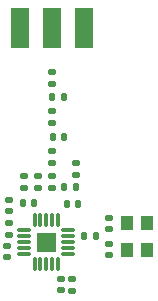
<source format=gtp>
G04 #@! TF.GenerationSoftware,KiCad,Pcbnew,6.0.2+dfsg-1*
G04 #@! TF.CreationDate,2024-02-25T21:37:04-08:00*
G04 #@! TF.ProjectId,cchat,63636861-742e-46b6-9963-61645f706362,rev?*
G04 #@! TF.SameCoordinates,Original*
G04 #@! TF.FileFunction,Paste,Top*
G04 #@! TF.FilePolarity,Positive*
%FSLAX46Y46*%
G04 Gerber Fmt 4.6, Leading zero omitted, Abs format (unit mm)*
G04 Created by KiCad (PCBNEW 6.0.2+dfsg-1) date 2024-02-25 21:37:04*
%MOMM*%
%LPD*%
G01*
G04 APERTURE LIST*
G04 Aperture macros list*
%AMRoundRect*
0 Rectangle with rounded corners*
0 $1 Rounding radius*
0 $2 $3 $4 $5 $6 $7 $8 $9 X,Y pos of 4 corners*
0 Add a 4 corners polygon primitive as box body*
4,1,4,$2,$3,$4,$5,$6,$7,$8,$9,$2,$3,0*
0 Add four circle primitives for the rounded corners*
1,1,$1+$1,$2,$3*
1,1,$1+$1,$4,$5*
1,1,$1+$1,$6,$7*
1,1,$1+$1,$8,$9*
0 Add four rect primitives between the rounded corners*
20,1,$1+$1,$2,$3,$4,$5,0*
20,1,$1+$1,$4,$5,$6,$7,0*
20,1,$1+$1,$6,$7,$8,$9,0*
20,1,$1+$1,$8,$9,$2,$3,0*%
G04 Aperture macros list end*
%ADD10C,0.010000*%
%ADD11RoundRect,0.140000X-0.140000X-0.170000X0.140000X-0.170000X0.140000X0.170000X-0.140000X0.170000X0*%
%ADD12RoundRect,0.147500X0.172500X-0.147500X0.172500X0.147500X-0.172500X0.147500X-0.172500X-0.147500X0*%
%ADD13RoundRect,0.140000X-0.170000X0.140000X-0.170000X-0.140000X0.170000X-0.140000X0.170000X0.140000X0*%
%ADD14RoundRect,0.135000X-0.185000X0.135000X-0.185000X-0.135000X0.185000X-0.135000X0.185000X0.135000X0*%
%ADD15RoundRect,0.140000X0.170000X-0.140000X0.170000X0.140000X-0.170000X0.140000X-0.170000X-0.140000X0*%
%ADD16R,1.110000X1.210000*%
%ADD17RoundRect,0.147500X-0.147500X-0.172500X0.147500X-0.172500X0.147500X0.172500X-0.147500X0.172500X0*%
%ADD18RoundRect,0.007800X0.122200X-0.512200X0.122200X0.512200X-0.122200X0.512200X-0.122200X-0.512200X0*%
%ADD19RoundRect,0.007800X0.512200X0.122200X-0.512200X0.122200X-0.512200X-0.122200X0.512200X-0.122200X0*%
%ADD20R,1.500000X3.500000*%
%ADD21RoundRect,0.140000X0.140000X0.170000X-0.140000X0.170000X-0.140000X-0.170000X0.140000X-0.170000X0*%
G04 APERTURE END LIST*
D10*
X118640000Y-96860000D02*
X118640000Y-95340000D01*
X118640000Y-95340000D02*
X120160000Y-95340000D01*
X120160000Y-95340000D02*
X120160000Y-96860000D01*
X120160000Y-96860000D02*
X118640000Y-96860000D01*
G36*
X120160000Y-96860000D02*
G01*
X118640000Y-96860000D01*
X118640000Y-95340000D01*
X120160000Y-95340000D01*
X120160000Y-96860000D01*
G37*
X120160000Y-96860000D02*
X118640000Y-96860000D01*
X118640000Y-95340000D01*
X120160000Y-95340000D01*
X120160000Y-96860000D01*
D11*
X122620000Y-95600000D03*
X123580000Y-95600000D03*
D12*
X119900000Y-89385000D03*
X119900000Y-88415000D03*
D11*
X119900000Y-83800000D03*
X120860000Y-83800000D03*
D13*
X117500000Y-90520000D03*
X117500000Y-91480000D03*
D14*
X116200000Y-94490000D03*
X116200000Y-95510000D03*
D15*
X121900000Y-90380000D03*
X121900000Y-89420000D03*
D11*
X121120000Y-92900000D03*
X122080000Y-92900000D03*
D16*
X127950000Y-96750000D03*
X127950000Y-94450000D03*
X126250000Y-94450000D03*
X126250000Y-96750000D03*
D15*
X116200000Y-93480000D03*
X116200000Y-92520000D03*
X121600000Y-100200000D03*
X121600000Y-99240000D03*
D17*
X120915000Y-91400000D03*
X121885000Y-91400000D03*
D15*
X124700000Y-97180000D03*
X124700000Y-96220000D03*
X119900000Y-82680000D03*
X119900000Y-81720000D03*
D12*
X119900000Y-86000000D03*
X119900000Y-85030000D03*
D18*
X118400000Y-97970000D03*
X118900000Y-97970000D03*
X119400000Y-97970000D03*
X119900000Y-97970000D03*
X120400000Y-97970000D03*
D19*
X121270000Y-97100000D03*
X121270000Y-96600000D03*
X121270000Y-96100000D03*
X121270000Y-95600000D03*
X121270000Y-95100000D03*
D18*
X120400000Y-94230000D03*
X119900000Y-94230000D03*
X119400000Y-94230000D03*
X118900000Y-94230000D03*
X118400000Y-94230000D03*
D19*
X117530000Y-95100000D03*
X117530000Y-95600000D03*
X117530000Y-96100000D03*
X117530000Y-96600000D03*
X117530000Y-97100000D03*
D13*
X116100000Y-96420000D03*
X116100000Y-97380000D03*
D15*
X119900000Y-91480000D03*
X119900000Y-90520000D03*
D12*
X118700000Y-91485000D03*
X118700000Y-90515000D03*
D13*
X120600000Y-99220000D03*
X120600000Y-100180000D03*
D20*
X119900000Y-77972500D03*
X122600000Y-77972500D03*
X117200000Y-77972500D03*
D11*
X119920000Y-87200000D03*
X120880000Y-87200000D03*
D21*
X118380000Y-92800000D03*
X117420000Y-92800000D03*
D15*
X124700000Y-94980000D03*
X124700000Y-94020000D03*
M02*

</source>
